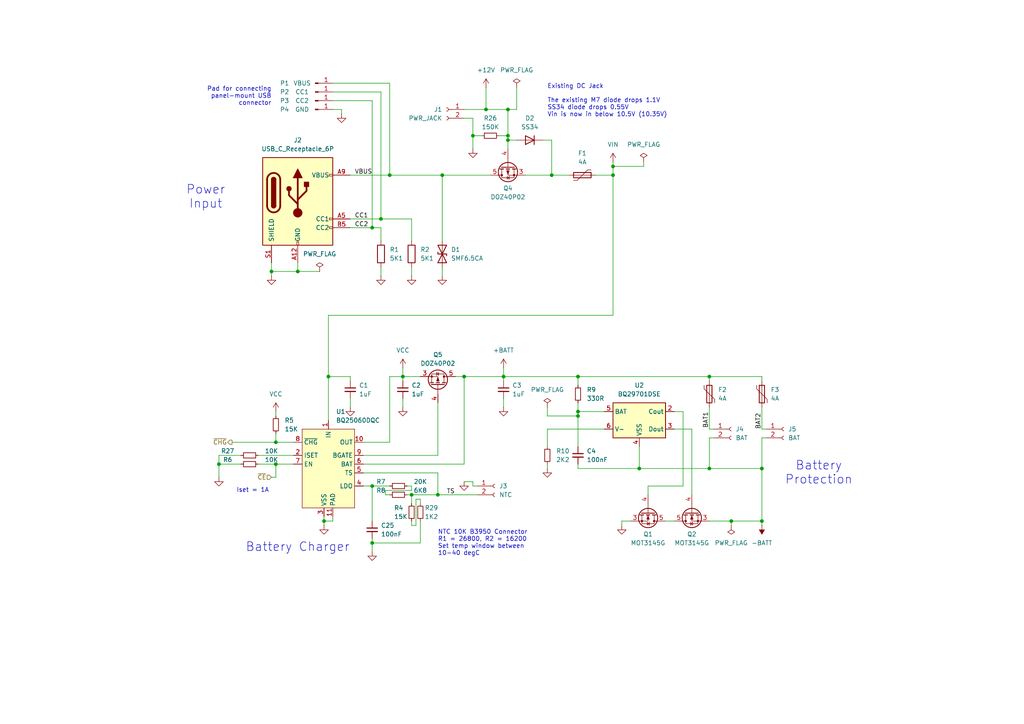
<source format=kicad_sch>
(kicad_sch (version 20231120) (generator "eeschema") (generator_version "8.0")
  (paper "A4")
  (title_block (title "LED Fan Controller") (date "2024-12-07") (rev "2") (company "Sleepy Pony Labs"))
  (lib_symbols
    (symbol "Battery_Management:BQ297xy"
      (property "Reference" "U" (at -6.35 6.35 0))
      (property "Value" "BQ297xy" (at 5.08 -6.35 0))
      (symbol "BQ297xy_0_1"
        (rectangle (start -7.62 5.08) (end 7.62 -5.08) (stroke (width 0.254)) (fill (type background)))
      )
      (symbol "BQ297xy_1_1"
        (pin no_connect line (at 7.62 0 180) (length 2.54) hide (name "NC") (number "1"))
        (pin output line (at 10.16 2.54 180) (length 2.54) (name "Cout") (number "2"))
        (pin output line (at 10.16 -2.54 180) (length 2.54) (name "Dout") (number "3"))
        (pin power_in line (at 0 -7.62 90) (length 2.54) (name "VSS") (number "4"))
        (pin input line (at -10.16 2.54 0) (length 2.54) (name "BAT") (number "5"))
        (pin input line (at -10.16 -2.54 0) (length 2.54) (name "V-") (number "6"))
      )
    )
    (symbol "Connector:Conn_01x01_Pin" (pin_names (offset 1.016) hide)
      (property "Reference" "J" (at 0 2.54 0))
      (property "Value" "Conn_01x01_Pin" (at 0 -2.54 0))
      (symbol "Conn_01x01_Pin_1_1"
        (polyline (pts (xy 1.27 0) (xy 0.8636 0)) (stroke (width 0.1524)))
        (rectangle (start 0.8636 0.127) (end 0 -0.127) (stroke (width 0.1524)) (fill (type outline)))
        (pin passive line (at 5.08 0 180) (length 3.81) (name "Pin_1") (number "1"))
      )
    )
    (symbol "Connector:Conn_01x02_Socket" (pin_names (offset 1.016) hide)
      (property "Reference" "J" (at 0 2.54 0))
      (property "Value" "Conn_01x02_Socket" (at 0 -5.08 0))
      (symbol "Conn_01x02_Socket_1_1"
        (arc (start 0 -2.032) (mid -0.5058 -2.54) (end 0 -3.048) (stroke (width 0.1524)))
        (polyline (pts (xy -1.27 -2.54) (xy -0.508 -2.54)) (stroke (width 0.1524)))
        (polyline (pts (xy -1.27 0) (xy -0.508 0)) (stroke (width 0.1524)))
        (arc (start 0 0.508) (mid -0.5058 0) (end 0 -0.508) (stroke (width 0.1524)))
        (pin passive line (at -5.08 0 0) (length 3.81) (name "Pin_1") (number "1"))
        (pin passive line (at -5.08 -2.54 0) (length 3.81) (name "Pin_2") (number "2"))
      )
    )
    (symbol "Connector:USB_C_Receptacle_PowerOnly_6P" (pin_names (offset 1.016))
      (property "Reference" "J" (at 0 16.51 0))
      (property "Value" "USB_C_Receptacle_PowerOnly_6P" (at 0 13.97 0))
      (symbol "USB_C_Receptacle_PowerOnly_6P_0_0"
        (rectangle (start -0.254 -12.7) (end 0.254 -11.684))
        (rectangle (start 10.16 -7.366) (end 9.144 -7.874))
        (rectangle (start 10.16 -4.826) (end 9.144 -5.334))
        (rectangle (start 10.16 7.874) (end 9.144 7.366))
      )
      (symbol "USB_C_Receptacle_PowerOnly_6P_0_1"
        (rectangle (start -10.16 12.7) (end 10.16 -12.7) (stroke (width 0.254)) (fill (type background)))
        (arc (start -8.89 -1.27) (mid -6.985 -3.1667) (end -5.08 -1.27) (stroke (width 0.508)))
        (arc (start -7.62 -1.27) (mid -6.985 -1.9023) (end -6.35 -1.27) (stroke (width 0.254)))
        (arc (start -7.62 -1.27) (mid -6.985 -1.9023) (end -6.35 -1.27) (stroke (width 0.254)) (fill (type outline)))
        (rectangle (start -7.62 -1.27) (end -6.35 6.35) (stroke (width 0.254)) (fill (type outline)))
        (arc (start -6.35 6.35) (mid -6.985 6.9823) (end -7.62 6.35) (stroke (width 0.254)))
        (arc (start -6.35 6.35) (mid -6.985 6.9823) (end -7.62 6.35) (stroke (width 0.254)) (fill (type outline)))
        (arc (start -5.08 6.35) (mid -6.985 8.2467) (end -8.89 6.35) (stroke (width 0.508)))
        (circle (center -2.54 3.683) (radius 0.635) (stroke (width 0.254)) (fill (type outline)))
        (circle (center 0 -3.302) (radius 1.27) (fill (type outline)))
        (polyline (pts (xy -8.89 -1.27) (xy -8.89 6.35)) (stroke (width 0.508)))
        (polyline (pts (xy -5.08 6.35) (xy -5.08 -1.27)) (stroke (width 0.508)))
        (polyline (pts (xy 0 -3.302) (xy 0 6.858)) (stroke (width 0.508)))
        (polyline (pts (xy 0 -0.762) (xy -2.54 1.778) (xy -2.54 3.048)) (stroke (width 0.508)))
        (polyline (pts (xy 0 0.508) (xy 2.54 3.048) (xy 2.54 4.318)) (stroke (width 0.508)))
        (polyline (pts (xy -1.27 6.858) (xy 0 9.398) (xy 1.27 6.858) (xy -1.27 6.858)) (stroke (width 0.254)) (fill (type outline)))
        (rectangle (start 1.905 4.318) (end 3.175 5.588) (stroke (width 0.254)) (fill (type outline)))
      )
      (symbol "USB_C_Receptacle_PowerOnly_6P_1_1"
        (pin passive line (at 0 -17.78 90) (length 5.08) (name "GND") (number "A12"))
        (pin bidirectional line (at 15.24 -5.08 180) (length 5.08) (name "CC1") (number "A5"))
        (pin passive line (at 15.24 7.62 180) (length 5.08) (name "VBUS") (number "A9"))
        (pin passive line (at 0 -17.78 90) (length 5.08) hide (name "GND") (number "B12"))
        (pin bidirectional line (at 15.24 -7.62 180) (length 5.08) (name "CC2") (number "B5"))
        (pin passive line (at 15.24 7.62 180) (length 5.08) hide (name "VBUS") (number "B9"))
        (pin passive line (at -7.62 -17.78 90) (length 5.08) (name "SHIELD") (number "S1"))
      )
    )
    (symbol "Device:C_Small" (pin_numbers hide) (pin_names (offset 0.254) hide)
      (property "Reference" "C" (at 0.254 1.778 0))
      (property "Value" "C_Small" (at 0.254 -2.032 0))
      (symbol "C_Small_0_1"
        (polyline (pts (xy -1.524 -0.508) (xy 1.524 -0.508)) (stroke (width 0.3302)))
        (polyline (pts (xy -1.524 0.508) (xy 1.524 0.508)) (stroke (width 0.3048)))
      )
      (symbol "C_Small_1_1"
        (pin passive line (at 0 2.54 270) (length 2.032) (name "~") (number "1"))
        (pin passive line (at 0 -2.54 90) (length 2.032) (name "~") (number "2"))
      )
    )
    (symbol "Device:D" (pin_numbers hide) (pin_names (offset 1.016) hide)
      (property "Reference" "D" (at 0 2.54 0))
      (property "Value" "D" (at 0 -2.54 0))
      (symbol "D_0_1"
        (polyline (pts (xy -1.27 1.27) (xy -1.27 -1.27)) (stroke (width 0.254)))
        (polyline (pts (xy 1.27 0) (xy -1.27 0)))
        (polyline (pts (xy 1.27 1.27) (xy 1.27 -1.27) (xy -1.27 0) (xy 1.27 1.27)) (stroke (width 0.254)))
      )
      (symbol "D_1_1"
        (pin passive line (at -3.81 0 0) (length 2.54) (name "K") (number "1"))
        (pin passive line (at 3.81 0 180) (length 2.54) (name "A") (number "2"))
      )
    )
    (symbol "Device:D_TVS" (pin_numbers hide) (pin_names (offset 1.016) hide)
      (property "Reference" "D" (at 0 2.54 0))
      (property "Value" "D_TVS" (at 0 -2.54 0))
      (symbol "D_TVS_0_1"
        (polyline (pts (xy 1.27 0) (xy -1.27 0)))
        (polyline (pts (xy 0.508 1.27) (xy 0 1.27) (xy 0 -1.27) (xy -0.508 -1.27)) (stroke (width 0.254)))
        (polyline (pts (xy -2.54 1.27) (xy -2.54 -1.27) (xy 2.54 1.27) (xy 2.54 -1.27) (xy -2.54 1.27)) (stroke (width 0.254)))
      )
      (symbol "D_TVS_1_1"
        (pin passive line (at -3.81 0 0) (length 2.54) (name "A1") (number "1"))
        (pin passive line (at 3.81 0 180) (length 2.54) (name "A2") (number "2"))
      )
    )
    (symbol "Device:Polyfuse" (pin_numbers hide) (pin_names (offset 0))
      (property "Reference" "F" (at -2.54 0 90))
      (property "Value" "Polyfuse" (at 2.54 0 90))
      (symbol "Polyfuse_0_1"
        (rectangle (start -0.762 2.54) (end 0.762 -2.54) (stroke (width 0.254)))
        (polyline (pts (xy 0 2.54) (xy 0 -2.54)))
        (polyline (pts (xy -1.524 2.54) (xy -1.524 1.524) (xy 1.524 -1.524) (xy 1.524 -2.54)))
      )
      (symbol "Polyfuse_1_1"
        (pin passive line (at 0 3.81 270) (length 1.27) (name "~") (number "1"))
        (pin passive line (at 0 -3.81 90) (length 1.27) (name "~") (number "2"))
      )
    )
    (symbol "Device:R" (pin_numbers hide) (pin_names (offset 0))
      (property "Reference" "R" (at 2.032 0 90))
      (property "Value" "R" (at 0 0 90))
      (symbol "R_0_1"
        (rectangle (start -1.016 -2.54) (end 1.016 2.54) (stroke (width 0.254)))
      )
      (symbol "R_1_1"
        (pin passive line (at 0 3.81 270) (length 1.27) (name "~") (number "1"))
        (pin passive line (at 0 -3.81 90) (length 1.27) (name "~") (number "2"))
      )
    )
    (symbol "Device:R_Small" (pin_numbers hide) (pin_names (offset 0.254) hide)
      (property "Reference" "R" (at 0.762 0.508 0))
      (property "Value" "R_Small" (at 0.762 -1.016 0))
      (symbol "R_Small_0_1"
        (rectangle (start -0.762 1.778) (end 0.762 -1.778) (stroke (width 0.2032)))
      )
      (symbol "R_Small_1_1"
        (pin passive line (at 0 2.54 270) (length 0.762) (name "~") (number "1"))
        (pin passive line (at 0 -2.54 90) (length 0.762) (name "~") (number "2"))
      )
    )
    (symbol "fan_charger:BQ25060DQC"
      (property "Reference" "U" (at 11.43 -12.954 0))
      (property "Value" "BQ25060DQC" (at 11.684 -15.24 0))
      (symbol "BQ25060DQC_1_1"
        (rectangle (start -7.62 11.43) (end 7.62 -11.43) (fill (type background)))
        (pin power_in line (at 0 13.97 270) (length 2.54) (name "IN") (number "1"))
        (pin power_out line (at 10.16 7.62 180) (length 2.54) (name "OUT") (number "10"))
        (pin power_in line (at 1.27 -13.97 90) (length 2.54) (name "PAD") (number "11"))
        (pin input line (at -10.16 3.81 0) (length 2.54) (name "ISET") (number "2"))
        (pin power_in line (at -1.27 -13.97 90) (length 2.54) (name "VSS") (number "3"))
        (pin power_out line (at 10.16 -5.08 180) (length 2.54) (name "LDO") (number "4"))
        (pin input line (at 10.16 -1.27 180) (length 2.54) (name "TS") (number "5"))
        (pin power_out line (at 10.16 1.27 180) (length 2.54) (name "BAT") (number "6"))
        (pin input line (at -10.16 1.27 0) (length 2.54) (name "EN") (number "7"))
        (pin output line (at -10.16 7.62 0) (length 2.54) (name "~{CHG}") (number "8"))
        (pin output line (at 10.16 3.81 180) (length 2.54) (name "BGATE") (number "9"))
      )
    )
    (symbol "fan_charger:DOZ40P02" (pin_names hide)
      (property "Reference" "Q" (at 5.08 1.905 0))
      (property "Value" "DOZ40P02" (at 5.08 0 0))
      (symbol "DOZ40P02_0_1"
        (polyline (pts (xy 0.254 0) (xy -2.54 0)))
        (polyline (pts (xy 0.254 1.905) (xy 0.254 -1.905)) (stroke (width 0.254)))
        (polyline (pts (xy 0.762 -1.27) (xy 0.762 -2.286)) (stroke (width 0.254)))
        (polyline (pts (xy 0.762 0.508) (xy 0.762 -0.508)) (stroke (width 0.254)))
        (polyline (pts (xy 0.762 2.286) (xy 0.762 1.27)) (stroke (width 0.254)))
        (polyline (pts (xy 2.54 2.54) (xy 2.54 1.778)))
        (polyline (pts (xy 2.54 -2.54) (xy 2.54 0) (xy 0.762 0)))
        (polyline (pts (xy 0.762 1.778) (xy 3.302 1.778) (xy 3.302 -1.778) (xy 0.762 -1.778)))
        (polyline (pts (xy 2.286 0) (xy 1.27 0.381) (xy 1.27 -0.381) (xy 2.286 0)) (fill (type outline)))
        (polyline (pts (xy 2.794 -0.508) (xy 2.921 -0.381) (xy 3.683 -0.381) (xy 3.81 -0.254)))
        (polyline (pts (xy 3.302 -0.381) (xy 2.921 0.254) (xy 3.683 0.254) (xy 3.302 -0.381)))
        (circle (center 1.651 0) (radius 2.794) (stroke (width 0.254)))
        (circle (center 2.54 -1.778) (radius 0.254) (fill (type outline)))
        (circle (center 2.54 1.778) (radius 0.254) (fill (type outline)))
      )
      (symbol "DOZ40P02_1_1"
        (pin passive line (at 2.54 -5.08 90) (length 2.54) hide (name "S") (number "1"))
        (pin passive line (at 2.54 -5.08 90) (length 2.54) hide (name "S") (number "2"))
        (pin passive line (at 2.54 -5.08 90) (length 2.54) (name "S") (number "3"))
        (pin input line (at -5.08 0 0) (length 2.54) (name "G") (number "4"))
        (pin passive line (at 2.54 5.08 270) (length 2.54) (name "D") (number "5"))
      )
    )
    (symbol "fan_charger:MOT3145G" (pin_names (offset 0) hide)
      (property "Reference" "Q" (at 5.08 1.27 0))
      (property "Value" "MOT3145G" (at 5.08 -1.27 0))
      (symbol "MOT3145G_0_1"
        (polyline (pts (xy 0.254 0) (xy -2.54 0)))
        (polyline (pts (xy 0.254 1.905) (xy 0.254 -1.905)) (stroke (width 0.254)))
        (polyline (pts (xy 0.762 -1.27) (xy 0.762 -2.286)) (stroke (width 0.254)))
        (polyline (pts (xy 0.762 0.508) (xy 0.762 -0.508)) (stroke (width 0.254)))
        (polyline (pts (xy 0.762 2.286) (xy 0.762 1.27)) (stroke (width 0.254)))
        (polyline (pts (xy 2.54 2.54) (xy 2.54 1.778)))
        (polyline (pts (xy 2.54 -2.54) (xy 2.54 0) (xy 0.762 0)))
        (polyline (pts (xy 0.762 -1.778) (xy 3.302 -1.778) (xy 3.302 1.778) (xy 0.762 1.778)))
        (polyline (pts (xy 1.016 0) (xy 2.032 0.381) (xy 2.032 -0.381) (xy 1.016 0)) (fill (type outline)))
        (polyline (pts (xy 2.794 0.508) (xy 2.921 0.381) (xy 3.683 0.381) (xy 3.81 0.254)))
        (polyline (pts (xy 3.302 0.381) (xy 2.921 -0.254) (xy 3.683 -0.254) (xy 3.302 0.381)))
        (circle (center 1.651 0) (radius 2.794) (stroke (width 0.254)))
        (circle (center 2.54 -1.778) (radius 0.254) (fill (type outline)))
        (circle (center 2.54 1.778) (radius 0.254) (fill (type outline)))
      )
      (symbol "MOT3145G_1_1"
        (pin passive line (at 2.54 -5.08 90) (length 2.54) hide (name "S") (number "1"))
        (pin passive line (at 2.54 -5.08 90) (length 2.54) hide (name "S") (number "2"))
        (pin passive line (at 2.54 -5.08 90) (length 2.54) (name "S") (number "3"))
        (pin input line (at -5.08 0 0) (length 2.54) (name "G") (number "4"))
        (pin passive line (at 2.54 5.08 270) (length 2.54) (name "D") (number "5"))
      )
    )
    (symbol "power:+12V" (power) (pin_numbers hide) (pin_names (offset 0) hide)
      (property "Value" "+12V" (at 0 3.556 0))
      (symbol "+12V_0_1"
        (polyline (pts (xy -0.762 1.27) (xy 0 2.54)))
        (polyline (pts (xy 0 0) (xy 0 2.54)))
        (polyline (pts (xy 0 2.54) (xy 0.762 1.27)))
      )
      (symbol "+12V_1_1"
        (pin power_in line (at 0 0 90) (length 0) (name "~") (number "1"))
      )
    )
    (symbol "power:-BATT" (power) (pin_numbers hide) (pin_names (offset 0) hide)
      (property "Value" "-BATT" (at 0 3.556 0))
      (symbol "-BATT_0_1"
        (polyline (pts (xy 0 0) (xy 0 2.54)))
        (polyline (pts (xy 0.762 1.27) (xy -0.762 1.27) (xy 0 2.54) (xy 0.762 1.27)) (fill (type outline)))
      )
      (symbol "-BATT_1_1"
        (pin power_in line (at 0 0 90) (length 0) (name "~") (number "1"))
      )
    )
    (symbol "power:GND" (power) (pin_numbers hide) (pin_names (offset 0) hide)
      (property "Value" "GND" (at 0 -3.81 0))
      (symbol "GND_0_1"
        (polyline (pts (xy 0 0) (xy 0 -1.27) (xy 1.27 -1.27) (xy 0 -2.54) (xy -1.27 -1.27) (xy 0 -1.27)))
      )
      (symbol "GND_1_1"
        (pin power_in line (at 0 0 270) (length 0) (name "~") (number "1"))
      )
    )
    (symbol "power:PWR_FLAG" (power) (pin_numbers hide) (pin_names (offset 0) hide)
      (property "Value" "PWR_FLAG" (at 0 3.81 0))
      (symbol "PWR_FLAG_0_0"
        (pin power_out line (at 0 0 90) (length 0) (name "~") (number "1"))
      )
      (symbol "PWR_FLAG_0_1"
        (polyline (pts (xy 0 0) (xy 0 1.27) (xy -1.016 1.905) (xy 0 2.54) (xy 1.016 1.905) (xy 0 1.27)))
      )
    )
    (symbol "power:VCC" (power) (pin_numbers hide) (pin_names (offset 0) hide)
      (property "Value" "VCC" (at 0 3.556 0))
      (symbol "VCC_0_1"
        (polyline (pts (xy -0.762 1.27) (xy 0 2.54)))
        (polyline (pts (xy 0 0) (xy 0 2.54)))
        (polyline (pts (xy 0 2.54) (xy 0.762 1.27)))
      )
      (symbol "VCC_1_1"
        (pin power_in line (at 0 0 90) (length 0) (name "~") (number "1"))
      )
    )
  )
  (junction (at 185.42 135.89))
  (junction (at 160.02 50.8))
  (junction (at 167.64 119.38))
  (junction (at 78.74 78.74))
  (junction (at 107.95 66.04))
  (junction (at 147.32 39.37))
  (junction (at 212.09 151.13))
  (junction (at 167.64 109.22))
  (junction (at 137.16 39.37))
  (junction (at 93.98 151.13))
  (junction (at 107.95 140.97))
  (junction (at 80.01 134.62))
  (junction (at 146.05 109.22))
  (junction (at 167.64 120.65))
  (junction (at 110.49 63.5))
  (junction (at 127 143.51))
  (junction (at 147.32 31.75))
  (junction (at 220.98 135.89))
  (junction (at 220.98 151.13))
  (junction (at 147.32 40.64))
  (junction (at 86.36 78.74))
  (junction (at 113.03 50.8))
  (junction (at 119.38 143.51))
  (junction (at 177.8 48.26))
  (junction (at 177.8 50.8))
  (junction (at 140.97 31.75))
  (junction (at 134.62 109.22))
  (junction (at 95.25 109.22))
  (junction (at 205.74 135.89))
  (junction (at 116.84 109.22))
  (junction (at 63.5 134.62))
  (junction (at 128.27 50.8))
  (junction (at 80.01 128.27))
  (junction (at 205.74 109.22))
  (junction (at 107.95 157.48))
  (wire (pts (xy 205.74 151.13) (xy 212.09 151.13)))
  (wire (pts (xy 107.95 140.97) (xy 113.03 140.97)))
  (wire (pts (xy 147.32 40.64) (xy 147.32 43.18)))
  (wire (pts (xy 185.42 135.89) (xy 205.74 135.89)))
  (wire (pts (xy 78.74 138.43) (xy 80.01 138.43)))
  (wire (pts (xy 119.38 151.13) (xy 119.38 152.4)))
  (wire (pts (xy 134.62 31.75) (xy 140.97 31.75)))
  (wire (pts (xy 96.52 31.75) (xy 99.06 31.75)))
  (wire (pts (xy 180.34 151.13) (xy 180.34 152.4)))
  (wire (pts (xy 127 132.08) (xy 127 116.84)))
  (wire (pts (xy 101.6 66.04) (xy 107.95 66.04)))
  (wire (pts (xy 137.16 43.18) (xy 137.16 39.37)))
  (wire (pts (xy 96.52 24.13) (xy 113.03 24.13)))
  (wire (pts (xy 96.52 26.67) (xy 110.49 26.67)))
  (wire (pts (xy 158.75 120.65) (xy 167.64 120.65)))
  (wire (pts (xy 205.74 109.22) (xy 220.98 109.22)))
  (wire (pts (xy 113.03 128.27) (xy 113.03 109.22)))
  (wire (pts (xy 80.01 134.62) (xy 85.09 134.62)))
  (wire (pts (xy 107.95 29.21) (xy 107.95 66.04)))
  (wire (pts (xy 167.64 109.22) (xy 205.74 109.22)))
  (wire (pts (xy 116.84 115.57) (xy 116.84 118.11)))
  (wire (pts (xy 95.25 121.92) (xy 95.25 109.22)))
  (wire (pts (xy 200.66 124.46) (xy 200.66 143.51)))
  (wire (pts (xy 113.03 143.51) (xy 111.76 143.51)))
  (wire (pts (xy 110.49 63.5) (xy 119.38 63.5)))
  (wire (pts (xy 140.97 31.75) (xy 140.97 25.4)))
  (wire (pts (xy 205.74 110.49) (xy 205.74 109.22)))
  (wire (pts (xy 111.76 143.51) (xy 111.76 142.24)))
  (wire (pts (xy 110.49 77.47) (xy 110.49 80.01)))
  (wire (pts (xy 137.16 140.97) (xy 138.43 140.97)))
  (wire (pts (xy 118.11 143.51) (xy 119.38 143.51)))
  (wire (pts (xy 105.41 132.08) (xy 127 132.08)))
  (wire (pts (xy 101.6 63.5) (xy 110.49 63.5)))
  (wire (pts (xy 167.64 109.22) (xy 146.05 109.22)))
  (wire (pts (xy 80.01 119.38) (xy 80.01 120.65)))
  (wire (pts (xy 167.64 119.38) (xy 167.64 120.65)))
  (wire (pts (xy 147.32 31.75) (xy 147.32 39.37)))
  (wire (pts (xy 63.5 134.62) (xy 63.5 138.43)))
  (wire (pts (xy 147.32 40.64) (xy 149.86 40.64)))
  (wire (pts (xy 167.64 134.62) (xy 167.64 135.89)))
  (wire (pts (xy 80.01 138.43) (xy 80.01 134.62)))
  (wire (pts (xy 134.62 134.62) (xy 134.62 109.22)))
  (wire (pts (xy 113.03 24.13) (xy 113.03 50.8)))
  (wire (pts (xy 205.74 135.89) (xy 205.74 127)))
  (wire (pts (xy 107.95 156.21) (xy 107.95 157.48)))
  (wire (pts (xy 120.65 144.78) (xy 121.92 144.78)))
  (wire (pts (xy 121.92 144.78) (xy 121.92 146.05)))
  (wire (pts (xy 101.6 109.22) (xy 101.6 110.49)))
  (wire (pts (xy 177.8 50.8) (xy 177.8 48.26)))
  (wire (pts (xy 198.12 140.97) (xy 187.96 140.97)))
  (wire (pts (xy 113.03 109.22) (xy 116.84 109.22)))
  (wire (pts (xy 160.02 40.64) (xy 160.02 50.8)))
  (wire (pts (xy 116.84 109.22) (xy 116.84 110.49)))
  (wire (pts (xy 93.98 151.13) (xy 93.98 152.4)))
  (wire (pts (xy 95.25 91.44) (xy 177.8 91.44)))
  (wire (pts (xy 63.5 132.08) (xy 63.5 134.62)))
  (wire (pts (xy 96.52 151.13) (xy 93.98 151.13)))
  (wire (pts (xy 177.8 48.26) (xy 186.69 48.26)))
  (wire (pts (xy 119.38 77.47) (xy 119.38 80.01)))
  (wire (pts (xy 205.74 124.46) (xy 207.01 124.46)))
  (wire (pts (xy 212.09 151.13) (xy 212.09 152.4)))
  (wire (pts (xy 119.38 63.5) (xy 119.38 69.85)))
  (wire (pts (xy 86.36 78.74) (xy 92.71 78.74)))
  (wire (pts (xy 167.64 111.76) (xy 167.64 109.22)))
  (wire (pts (xy 147.32 31.75) (xy 149.86 31.75)))
  (wire (pts (xy 149.86 31.75) (xy 149.86 25.4)))
  (wire (pts (xy 167.64 135.89) (xy 185.42 135.89)))
  (wire (pts (xy 177.8 91.44) (xy 177.8 50.8)))
  (wire (pts (xy 146.05 106.68) (xy 146.05 109.22)))
  (wire (pts (xy 185.42 135.89) (xy 185.42 129.54)))
  (wire (pts (xy 175.26 119.38) (xy 167.64 119.38)))
  (wire (pts (xy 105.41 134.62) (xy 134.62 134.62)))
  (wire (pts (xy 86.36 76.2) (xy 86.36 78.74)))
  (wire (pts (xy 195.58 119.38) (xy 198.12 119.38)))
  (wire (pts (xy 119.38 143.51) (xy 119.38 146.05)))
  (wire (pts (xy 105.41 128.27) (xy 113.03 128.27)))
  (wire (pts (xy 172.72 50.8) (xy 177.8 50.8)))
  (wire (pts (xy 107.95 140.97) (xy 107.95 151.13)))
  (wire (pts (xy 74.93 134.62) (xy 80.01 134.62)))
  (wire (pts (xy 78.74 78.74) (xy 78.74 80.01)))
  (wire (pts (xy 140.97 31.75) (xy 147.32 31.75)))
  (wire (pts (xy 220.98 127) (xy 220.98 135.89)))
  (wire (pts (xy 86.36 78.74) (xy 78.74 78.74)))
  (wire (pts (xy 107.95 157.48) (xy 107.95 160.02)))
  (wire (pts (xy 198.12 119.38) (xy 198.12 140.97)))
  (wire (pts (xy 121.92 151.13) (xy 121.92 157.48)))
  (wire (pts (xy 128.27 50.8) (xy 128.27 69.85)))
  (wire (pts (xy 119.38 143.51) (xy 127 143.51)))
  (wire (pts (xy 67.31 128.27) (xy 80.01 128.27)))
  (wire (pts (xy 220.98 109.22) (xy 220.98 110.49)))
  (wire (pts (xy 96.52 29.21) (xy 107.95 29.21)))
  (wire (pts (xy 137.16 39.37) (xy 139.7 39.37)))
  (wire (pts (xy 220.98 118.11) (xy 220.98 124.46)))
  (wire (pts (xy 63.5 132.08) (xy 69.85 132.08)))
  (wire (pts (xy 107.95 66.04) (xy 110.49 66.04)))
  (wire (pts (xy 177.8 48.26) (xy 177.8 46.99)))
  (wire (pts (xy 95.25 109.22) (xy 101.6 109.22)))
  (wire (pts (xy 205.74 118.11) (xy 205.74 124.46)))
  (wire (pts (xy 220.98 124.46) (xy 222.25 124.46)))
  (wire (pts (xy 128.27 50.8) (xy 142.24 50.8)))
  (wire (pts (xy 158.75 118.11) (xy 158.75 120.65)))
  (wire (pts (xy 158.75 124.46) (xy 158.75 129.54)))
  (wire (pts (xy 146.05 109.22) (xy 146.05 110.49)))
  (wire (pts (xy 134.62 109.22) (xy 146.05 109.22)))
  (wire (pts (xy 116.84 106.68) (xy 116.84 109.22)))
  (wire (pts (xy 132.08 109.22) (xy 134.62 109.22)))
  (wire (pts (xy 74.93 132.08) (xy 85.09 132.08)))
  (wire (pts (xy 152.4 50.8) (xy 160.02 50.8)))
  (wire (pts (xy 146.05 115.57) (xy 146.05 118.11)))
  (wire (pts (xy 127 143.51) (xy 138.43 143.51)))
  (wire (pts (xy 80.01 128.27) (xy 85.09 128.27)))
  (wire (pts (xy 134.62 34.29) (xy 137.16 34.29)))
  (wire (pts (xy 220.98 151.13) (xy 220.98 152.4)))
  (wire (pts (xy 167.64 120.65) (xy 167.64 129.54)))
  (wire (pts (xy 105.41 137.16) (xy 127 137.16)))
  (wire (pts (xy 93.98 149.86) (xy 93.98 151.13)))
  (wire (pts (xy 222.25 127) (xy 220.98 127)))
  (wire (pts (xy 160.02 50.8) (xy 165.1 50.8)))
  (wire (pts (xy 144.78 39.37) (xy 147.32 39.37)))
  (wire (pts (xy 110.49 26.67) (xy 110.49 63.5)))
  (wire (pts (xy 95.25 91.44) (xy 95.25 109.22)))
  (wire (pts (xy 212.09 151.13) (xy 220.98 151.13)))
  (wire (pts (xy 113.03 50.8) (xy 128.27 50.8)))
  (wire (pts (xy 137.16 139.7) (xy 134.62 139.7)))
  (wire (pts (xy 180.34 151.13) (xy 182.88 151.13)))
  (wire (pts (xy 116.84 109.22) (xy 121.92 109.22)))
  (wire (pts (xy 167.64 119.38) (xy 167.64 116.84)))
  (wire (pts (xy 193.04 151.13) (xy 195.58 151.13)))
  (wire (pts (xy 158.75 134.62) (xy 158.75 135.89)))
  (wire (pts (xy 121.92 157.48) (xy 107.95 157.48)))
  (wire (pts (xy 105.41 140.97) (xy 107.95 140.97)))
  (wire (pts (xy 137.16 34.29) (xy 137.16 39.37)))
  (wire (pts (xy 127 137.16) (xy 127 143.51)))
  (wire (pts (xy 186.69 46.99) (xy 186.69 48.26)))
  (wire (pts (xy 220.98 135.89) (xy 205.74 135.89)))
  (wire (pts (xy 128.27 77.47) (xy 128.27 80.01)))
  (wire (pts (xy 137.16 139.7) (xy 137.16 140.97)))
  (wire (pts (xy 96.52 149.86) (xy 96.52 151.13)))
  (wire (pts (xy 101.6 115.57) (xy 101.6 118.11)))
  (wire (pts (xy 63.5 134.62) (xy 69.85 134.62)))
  (wire (pts (xy 175.26 124.46) (xy 158.75 124.46)))
  (wire (pts (xy 205.74 127) (xy 207.01 127)))
  (wire (pts (xy 195.58 124.46) (xy 200.66 124.46)))
  (wire (pts (xy 80.01 125.73) (xy 80.01 128.27)))
  (wire (pts (xy 157.48 40.64) (xy 160.02 40.64)))
  (wire (pts (xy 147.32 39.37) (xy 147.32 40.64)))
  (wire (pts (xy 111.76 142.24) (xy 119.38 142.24)))
  (wire (pts (xy 78.74 76.2) (xy 78.74 78.74)))
  (wire (pts (xy 220.98 151.13) (xy 220.98 135.89)))
  (wire (pts (xy 110.49 66.04) (xy 110.49 69.85)))
  (wire (pts (xy 99.06 31.75) (xy 99.06 33.02)))
  (wire (pts (xy 119.38 142.24) (xy 119.38 140.97)))
  (wire (pts (xy 119.38 152.4) (xy 120.65 152.4)))
  (wire (pts (xy 187.96 140.97) (xy 187.96 143.51)))
  (wire (pts (xy 101.6 50.8) (xy 113.03 50.8)))
  (wire (pts (xy 118.11 140.97) (xy 119.38 140.97)))
  (wire (pts (xy 120.65 152.4) (xy 120.65 144.78)))
  (text "Existing DC Jack\n\nThe existing M7 diode drops 1.1V\nSS34 diode drops 0.55V\nVin is now in below 10.5V (10.35V)" (at 158.75 29.21 0) (effects (font (size 1.27 1.27)) (justify left)))
  (text "Battery Charger" (at 86.36 158.75 0) (effects (font (size 2.54 2.54))))
  (text "NTC 10K B3950 Connector\nR1 = 26800, R2 = 16200\nSet temp window between\n10-40 degC" (at 127 157.48 0) (effects (font (size 1.27 1.27)) (justify left)))
  (text "Battery\nProtection" (at 237.49 137.16 0) (effects (font (size 2.54 2.54))))
  (text "Power\nInput" (at 59.69 57.15 0) (effects (font (size 2.54 2.54))))
  (text "Pad for connecting\npanel-mount USB\nconnector" (at 78.74 27.94 0) (effects (font (size 1.27 1.27)) (justify right)))
  (text "Iset = 1A" (at 68.58 142.24 0) (effects (font (size 1.27 1.27)) (justify left)))
  (label "BAT2" (at 220.98 124.46 90))
  (label "CC2" (at 102.87 66.04 0))
  (label "BAT1" (at 205.74 119.38 270))
  (label "VBUS" (at 102.87 50.8 0))
  (label "CC1" (at 102.87 63.5 0))
  (label "TS" (at 129.54 143.51 0))
  (hierarchical_label "~{CHG}" (shape output) (at 67.31 128.27 180))
  (hierarchical_label "~{CE}" (shape input) (at 78.74 138.43 180))
  (symbol (lib_id "power:GND") (at 63.5 138.43 0) (unit 1)
    (property "Reference" "#PWR015" (effects (hide yes)))
    (property "Value" "GND" (effects (hide yes)))
    (property "Description" "Power symbol creates a global label with name \"GND\" , ground" (effects (hide yes)))
  )
  (symbol (lib_id "fan_charger:BQ25060DQC") (at 95.25 135.89 0) (unit 1)
    (property "Reference" "U1" (at 97.4441 119.38 0) (effects (justify left)))
    (property "Value" "BQ25060DQC" (at 97.4441 121.92 0) (effects (justify left)))
    (property "Footprint" "Package_SON:WSON-10-1EP_2x3mm_P0.5mm_EP0.84x2.4mm" (effects (hide yes)))
    (property "Datasheet" "https://www.ti.com/lit/ds/symlink/bq25060.pdf" (effects (hide yes)))
    (property "Description" "1A Single Li-Ion Charger with 50mA LDO and external power path control" (effects (hide yes)))
  )
  (symbol (lib_id "power:GND") (at 101.6 118.11 0) (unit 1)
    (property "Reference" "#PWR09" (effects (hide yes)))
    (property "Value" "GND" (effects (hide yes)))
    (property "Description" "Power symbol creates a global label with name \"GND\" , ground" (effects (hide yes)))
  )
  (symbol (lib_id "Device:C_Small") (at 116.84 113.03 0) (unit 1)
    (property "Reference" "C2" (at 119.38 111.7662 0) (effects (justify left)))
    (property "Value" "1uF" (at 119.38 114.3062 0) (effects (justify left)))
    (property "Footprint" "Capacitor_SMD:C_0805_2012Metric" (effects (hide yes)))
    (property "Description" "Unpolarized capacitor, small symbol" (effects (hide yes)))
  )
  (symbol (lib_id "fan_charger:MOT3145G") (at 200.66 148.59 90) (mirror x) (unit 1)
    (property "Reference" "Q2" (at 200.66 154.94 90))
    (property "Value" "MOT3145G" (at 200.66 157.48 90))
    (property "Footprint" "Package_DFN_QFN:PQFN-8-EP_6x5mm_P1.27mm_Generic" (effects (hide yes)))
    (property "Description" "N-MOSFET transistor in PDFN Package" (effects (hide yes)))
  )
  (symbol (lib_id "Device:R_Small") (at 142.24 39.37 90) (unit 1)
    (property "Reference" "R26" (at 142.24 34.29 90))
    (property "Value" "150K" (at 142.24 36.83 90))
    (property "Footprint" "Resistor_SMD:R_0603_1608Metric" (effects (hide yes)))
    (property "Description" "Resistor, small symbol" (effects (hide yes)))
  )
  (symbol (lib_id "Connector:Conn_01x02_Socket") (at 143.51 140.97 0) (unit 1)
    (property "Reference" "J3" (at 144.78 140.9699 0) (effects (justify left)))
    (property "Value" "NTC" (at 144.78 143.5099 0) (effects (justify left)))
    (property "Footprint" "Connector_JST:JST_XH_S2B-XH-A_1x02_P2.50mm_Horizontal" (effects (hide yes)))
    (property "Description" "Generic connector, single row, 01x02, script generated" (effects (hide yes)))
  )
  (symbol (lib_id "power:GND") (at 78.74 80.01 0) (unit 1)
    (property "Reference" "#PWR01" (effects (hide yes)))
    (property "Value" "GND" (effects (hide yes)))
    (property "Description" "Power symbol creates a global label with name \"GND\" , ground" (effects (hide yes)))
  )
  (symbol (lib_id "Connector:Conn_01x01_Pin") (at 91.44 24.13 0) (unit 1)
    (property "Reference" "P1" (at 82.55 24.13 0))
    (property "Value" "VBUS" (at 87.63 24.13 0))
    (property "Footprint" "TestPoint:TestPoint_THTPad_2.0x2.0mm_Drill1.0mm" (effects (hide yes)))
    (property "Description" "Generic connector, single row, 01x01, script generated" (effects (hide yes)))
  )
  (symbol (lib_id "Device:R_Small") (at 115.57 140.97 90) (unit 1)
    (property "Reference" "R7" (at 110.49 139.7 90))
    (property "Value" "20K" (at 121.92 139.7 90))
    (property "Footprint" "Resistor_SMD:R_0603_1608Metric" (effects (hide yes)))
    (property "Description" "Resistor, small symbol" (effects (hide yes)))
  )
  (symbol (lib_id "Device:Polyfuse") (at 205.74 114.3 0) (unit 1)
    (property "Reference" "F2" (at 208.28 113.0299 0) (effects (justify left)))
    (property "Value" "4A" (at 208.28 115.5699 0) (effects (justify left)))
    (property "Footprint" "Fuse:Fuse_1812_4532Metric" (effects (hide yes)))
    (property "Description" "Resettable fuse, polymeric positive temperature coefficient" (effects (hide yes)))
  )
  (symbol (lib_id "Device:R_Small") (at 121.92 148.59 180) (unit 1)
    (property "Reference" "R29" (at 123.19 147.32 0) (effects (justify right)))
    (property "Value" "1K2" (at 123.19 149.86 0) (effects (justify right)))
    (property "Footprint" "Resistor_SMD:R_0603_1608Metric" (effects (hide yes)))
    (property "Description" "Resistor, small symbol" (effects (hide yes)))
  )
  (symbol (lib_id "power:PWR_FLAG") (at 158.75 118.11 0) (unit 1)
    (property "Reference" "#FLG04" (effects (hide yes)))
    (property "Value" "PWR_FLAG" (at 158.75 113.03 0))
    (property "Description" "Special symbol for telling ERC where power comes from" (effects (hide yes)))
  )
  (symbol (lib_id "Connector:Conn_01x02_Socket") (at 212.09 124.46 0) (unit 1)
    (property "Reference" "J4" (at 213.36 124.4599 0) (effects (justify left)))
    (property "Value" "BAT" (at 213.36 126.9999 0) (effects (justify left)))
    (property "Footprint" "Connector_JST:JST_XH_S2B-XH-A_1x02_P2.50mm_Horizontal" (effects (hide yes)))
    (property "Description" "Generic connector, single row, 01x02, script generated" (effects (hide yes)))
  )
  (symbol (lib_id "power:PWR_FLAG") (at 149.86 25.4 0) (unit 1)
    (property "Reference" "#FLG02" (effects (hide yes)))
    (property "Value" "PWR_FLAG" (at 149.86 20.32 0))
    (property "Description" "Special symbol for telling ERC where power comes from" (effects (hide yes)))
  )
  (symbol (lib_id "power:GND") (at 134.62 139.7 0) (unit 1)
    (property "Reference" "#PWR011" (effects (hide yes)))
    (property "Value" "GND" (effects (hide yes)))
    (property "Description" "Power symbol creates a global label with name \"GND\" , ground" (effects (hide yes)))
  )
  (symbol (lib_id "power:GND") (at 180.34 152.4 0) (unit 1)
    (property "Reference" "#PWR019" (effects (hide yes)))
    (property "Value" "GND" (effects (hide yes)))
    (property "Description" "Power symbol creates a global label with name \"GND\" , ground" (effects (hide yes)))
  )
  (symbol (lib_id "Device:R_Small") (at 167.64 114.3 0) (unit 1)
    (property "Reference" "R9" (at 170.18 113.0299 0) (effects (justify left)))
    (property "Value" "330R" (at 170.18 115.5699 0) (effects (justify left)))
    (property "Footprint" "Resistor_SMD:R_0603_1608Metric" (effects (hide yes)))
    (property "Description" "Resistor, small symbol" (effects (hide yes)))
  )
  (symbol (lib_id "fan_charger:DOZ40P02") (at 147.32 48.26 90) (mirror x) (unit 1)
    (property "Reference" "Q4" (at 147.32 54.61 90))
    (property "Value" "DOZ40P02" (at 147.32 57.15 90))
    (property "Footprint" "fan_charger:VSON-8_3.3x3.3mm_P0.65mm_NexFET" (effects (hide yes)))
    (property "Datasheet" "https://www.lcsc.com/datasheet/lcsc_datasheet_2409111133_DOINGTER-DOZ40P02_C41384257.pdf" (effects (hide yes)))
    (property "Description" "-40A Id, -20V Vds, P-Channel MOSFET, VSON-8" (effects (hide yes)))
  )
  (symbol (lib_id "Connector:Conn_01x02_Socket") (at 227.33 124.46 0) (unit 1)
    (property "Reference" "J5" (at 228.6 124.4599 0) (effects (justify left)))
    (property "Value" "BAT" (at 228.6 126.9999 0) (effects (justify left)))
    (property "Footprint" "Connector_JST:JST_XH_S2B-XH-A_1x02_P2.50mm_Horizontal" (effects (hide yes)))
    (property "Description" "Generic connector, single row, 01x02, script generated" (effects (hide yes)))
  )
  (symbol (lib_id "power:GND") (at 110.49 80.01 0) (unit 1)
    (property "Reference" "#PWR03" (effects (hide yes)))
    (property "Value" "GND" (effects (hide yes)))
    (property "Description" "Power symbol creates a global label with name \"GND\" , ground" (effects (hide yes)))
  )
  (symbol (lib_id "Device:D") (at 153.67 40.64 180) (unit 1)
    (property "Reference" "D2" (at 153.67 34.29 0))
    (property "Value" "SS34" (at 153.67 36.83 0))
    (property "Footprint" "Diode_SMD:D_SMA" (effects (hide yes)))
    (property "Description" "Diode" (effects (hide yes)))
    (property "Sim.Device" "D" (effects (hide yes)))
    (property "Sim.Pins" "1=K 2=A" (effects (hide yes)))
  )
  (symbol (lib_id "Device:D_TVS") (at 128.27 73.66 90) (unit 1)
    (property "Reference" "D1" (at 130.81 72.3899 90) (effects (justify right)))
    (property "Value" "SMF6.5CA" (at 130.81 74.9299 90) (effects (justify right)))
    (property "Footprint" "Diode_SMD:D_SOD-123F" (effects (hide yes)))
    (property "Description" "Bidirectional transient-voltage-suppression diode" (effects (hide yes)))
  )
  (symbol (lib_id "Connector:USB_C_Receptacle_PowerOnly_6P") (at 86.36 58.42 0) (unit 1)
    (property "Reference" "J2" (at 86.36 40.64 0))
    (property "Value" "USB_C_Receptacle_6P" (at 86.36 43.18 0))
    (property "Footprint" "fan_charger:USB_C_Receptacle_HRO_TYPE-C-31-M-17" (effects (hide yes)))
    (property "Datasheet" "https://www.usb.org/sites/default/files/documents/usb_type-c.zip" (effects (hide yes)))
    (property "Description" "USB Power-Only 6P Type-C Receptacle connector" (effects (hide yes)))
  )
  (symbol (lib_id "power:GND") (at 137.16 43.18 0) (mirror y) (unit 1)
    (property "Reference" "#PWR043" (effects (hide yes)))
    (property "Value" "GND" (effects (hide yes)))
    (property "Description" "Power symbol creates a global label with name \"GND\" , ground" (effects (hide yes)))
  )
  (symbol (lib_id "Device:R_Small") (at 119.38 148.59 180) (unit 1)
    (property "Reference" "R4" (at 114.3 147.32 0) (effects (justify right)))
    (property "Value" "15K" (at 114.3 149.86 0) (effects (justify right)))
    (property "Footprint" "Resistor_SMD:R_0603_1608Metric" (effects (hide yes)))
    (property "Description" "Resistor, small symbol" (effects (hide yes)))
  )
  (symbol (lib_id "fan_charger:MOT3145G") (at 187.96 148.59 270) (unit 1)
    (property "Reference" "Q1" (at 187.96 154.94 90))
    (property "Value" "MOT3145G" (at 187.96 157.48 90))
    (property "Footprint" "Package_DFN_QFN:PQFN-8-EP_6x5mm_P1.27mm_Generic" (effects (hide yes)))
    (property "Description" "N-MOSFET transistor in PDFN Package" (effects (hide yes)))
  )
  (symbol (lib_id "Device:R_Small") (at 72.39 132.08 90) (unit 1)
    (property "Reference" "R27" (at 66.04 130.81 90))
    (property "Value" "10K" (at 78.74 130.81 90))
    (property "Footprint" "Resistor_SMD:R_0603_1608Metric" (effects (hide yes)))
    (property "Description" "Resistor, small symbol" (effects (hide yes)))
  )
  (symbol (lib_id "Device:C_Small") (at 107.95 153.67 0) (unit 1)
    (property "Reference" "C25" (at 110.49 152.4062 0) (effects (justify left)))
    (property "Value" "100nF" (at 110.49 154.9462 0) (effects (justify left)))
    (property "Footprint" "Capacitor_SMD:C_0603_1608Metric" (effects (hide yes)))
    (property "Description" "Unpolarized capacitor, small symbol" (effects (hide yes)))
  )
  (symbol (lib_id "Device:Polyfuse") (at 168.91 50.8 90) (unit 1)
    (property "Reference" "F1" (at 168.91 44.45 90))
    (property "Value" "4A" (at 168.91 46.99 90))
    (property "Footprint" "Fuse:Fuse_1812_4532Metric" (effects (hide yes)))
    (property "Description" "Resettable fuse, polymeric positive temperature coefficient" (effects (hide yes)))
  )
  (symbol (lib_id "Device:Polyfuse") (at 220.98 114.3 0) (unit 1)
    (property "Reference" "F3" (at 223.52 113.0299 0) (effects (justify left)))
    (property "Value" "4A" (at 223.52 115.5699 0) (effects (justify left)))
    (property "Footprint" "Fuse:Fuse_1812_4532Metric" (effects (hide yes)))
    (property "Description" "Resettable fuse, polymeric positive temperature coefficient" (effects (hide yes)))
  )
  (symbol (lib_id "power:-BATT") (at 220.98 152.4 180) (unit 1)
    (property "Reference" "#PWR020" (effects (hide yes)))
    (property "Value" "-BATT" (at 220.98 157.48 0))
    (property "Description" "Power symbol creates a global label with name \"-BATT\"" (effects (hide yes)))
  )
  (symbol (lib_id "power:VCC") (at 146.05 106.68 0) (unit 1)
    (property "Reference" "#PWR016" (effects (hide yes)))
    (property "Value" "+BATT" (at 146.05 101.6 0))
    (property "Description" "Power symbol creates a global label with name \"VCC\"" (effects (hide yes)))
  )
  (symbol (lib_id "power:GND") (at 119.38 80.01 0) (unit 1)
    (property "Reference" "#PWR04" (effects (hide yes)))
    (property "Value" "GND" (effects (hide yes)))
    (property "Description" "Power symbol creates a global label with name \"GND\" , ground" (effects (hide yes)))
  )
  (symbol (lib_id "power:GND") (at 93.98 152.4 0) (unit 1)
    (property "Reference" "#PWR08" (effects (hide yes)))
    (property "Value" "GND" (effects (hide yes)))
    (property "Description" "Power symbol creates a global label with name \"GND\" , ground" (effects (hide yes)))
  )
  (symbol (lib_id "power:PWR_FLAG") (at 212.09 152.4 180) (unit 1)
    (property "Reference" "#FLG05" (effects (hide yes)))
    (property "Value" "PWR_FLAG" (at 212.09 157.48 0))
    (property "Description" "Special symbol for telling ERC where power comes from" (effects (hide yes)))
  )
  (symbol (lib_id "Connector:Conn_01x02_Socket") (at 129.54 31.75 0) (mirror y) (unit 1)
    (property "Reference" "J1" (at 128.27 31.7499 0) (effects (justify left)))
    (property "Value" "PWR_JACK" (at 128.27 34.2899 0) (effects (justify left)))
    (property "Footprint" "Connector_JST:JST_XH_S2B-XH-A_1x02_P2.50mm_Horizontal" (effects (hide yes)))
    (property "Description" "Generic connector, single row, 01x02, script generated" (effects (hide yes)))
  )
  (symbol (lib_id "power:VCC") (at 177.8 46.99 0) (unit 1)
    (property "Reference" "#PWR07" (effects (hide yes)))
    (property "Value" "VIN" (at 177.8 41.91 0))
    (property "Description" "Power symbol creates a global label with name \"VCC\"" (effects (hide yes)))
  )
  (symbol (lib_id "power:VCC") (at 80.01 119.38 0) (unit 1)
    (property "Reference" "#PWR010" (effects (hide yes)))
    (property "Value" "VCC" (at 80.01 114.3 0))
    (property "Description" "Power symbol creates a global label with name \"VCC\"" (effects (hide yes)))
  )
  (symbol (lib_id "Connector:Conn_01x01_Pin") (at 91.44 29.21 0) (unit 1)
    (property "Reference" "P3" (at 82.55 29.21 0))
    (property "Value" "CC2" (at 87.63 29.21 0))
    (property "Footprint" "TestPoint:TestPoint_THTPad_2.0x2.0mm_Drill1.0mm" (effects (hide yes)))
    (property "Description" "Generic connector, single row, 01x01, script generated" (effects (hide yes)))
  )
  (symbol (lib_id "power:PWR_FLAG") (at 186.69 46.99 0) (unit 1)
    (property "Reference" "#FLG03" (effects (hide yes)))
    (property "Value" "PWR_FLAG" (at 186.69 41.91 0))
    (property "Description" "Special symbol for telling ERC where power comes from" (effects (hide yes)))
  )
  (symbol (lib_id "power:GND") (at 146.05 118.11 0) (unit 1)
    (property "Reference" "#PWR017" (effects (hide yes)))
    (property "Value" "GND" (effects (hide yes)))
    (property "Description" "Power symbol creates a global label with name \"GND\" , ground" (effects (hide yes)))
  )
  (symbol (lib_id "Connector:Conn_01x01_Pin") (at 91.44 31.75 0) (unit 1)
    (property "Reference" "P4" (at 82.55 31.75 0))
    (property "Value" "GND" (at 87.63 31.75 0))
    (property "Footprint" "TestPoint:TestPoint_THTPad_2.0x2.0mm_Drill1.0mm" (effects (hide yes)))
    (property "Description" "Generic connector, single row, 01x01, script generated" (effects (hide yes)))
  )
  (symbol (lib_id "Device:R") (at 110.49 73.66 0) (unit 1)
    (property "Reference" "R1" (at 113.03 72.3899 0) (effects (justify left)))
    (property "Value" "5K1" (at 113.03 74.9299 0) (effects (justify left)))
    (property "Footprint" "Resistor_SMD:R_0603_1608Metric" (effects (hide yes)))
    (property "Description" "Resistor" (effects (hide yes)))
  )
  (symbol (lib_id "Device:R_Small") (at 158.75 132.08 0) (unit 1)
    (property "Reference" "R10" (at 161.29 130.8099 0) (effects (justify left)))
    (property "Value" "2K2" (at 161.29 133.3499 0) (effects (justify left)))
    (property "Footprint" "Resistor_SMD:R_0603_1608Metric" (effects (hide yes)))
    (property "Description" "Resistor, small symbol" (effects (hide yes)))
  )
  (symbol (lib_id "power:GND") (at 128.27 80.01 0) (unit 1)
    (property "Reference" "#PWR05" (effects (hide yes)))
    (property "Value" "GND" (effects (hide yes)))
    (property "Description" "Power symbol creates a global label with name \"GND\" , ground" (effects (hide yes)))
  )
  (symbol (lib_id "power:PWR_FLAG") (at 92.71 78.74 0) (unit 1)
    (property "Reference" "#FLG01" (effects (hide yes)))
    (property "Value" "PWR_FLAG" (at 92.71 73.66 0))
    (property "Description" "Special symbol for telling ERC where power comes from" (effects (hide yes)))
  )
  (symbol (lib_id "Device:R_Small") (at 72.39 134.62 90) (unit 1)
    (property "Reference" "R6" (at 66.04 133.35 90))
    (property "Value" "10K" (at 78.74 133.35 90))
    (property "Footprint" "Resistor_SMD:R_0603_1608Metric" (effects (hide yes)))
    (property "Description" "Resistor, small symbol" (effects (hide yes)))
  )
  (symbol (lib_id "power:GND") (at 116.84 118.11 0) (unit 1)
    (property "Reference" "#PWR041" (effects (hide yes)))
    (property "Value" "GND" (effects (hide yes)))
    (property "Description" "Power symbol creates a global label with name \"GND\" , ground" (effects (hide yes)))
  )
  (symbol (lib_id "Device:R_Small") (at 80.01 123.19 180) (unit 1)
    (property "Reference" "R5" (at 82.55 121.92 0) (effects (justify right)))
    (property "Value" "15K" (at 82.55 124.46 0) (effects (justify right)))
    (property "Footprint" "Resistor_SMD:R_0603_1608Metric" (effects (hide yes)))
    (property "Description" "Resistor, small symbol" (effects (hide yes)))
  )
  (symbol (lib_id "Connector:Conn_01x01_Pin") (at 91.44 26.67 0) (unit 1)
    (property "Reference" "P2" (at 82.55 26.67 0))
    (property "Value" "CC1" (at 87.63 26.67 0))
    (property "Footprint" "TestPoint:TestPoint_THTPad_2.0x2.0mm_Drill1.0mm" (effects (hide yes)))
    (property "Description" "Generic connector, single row, 01x01, script generated" (effects (hide yes)))
  )
  (symbol (lib_id "Device:R_Small") (at 115.57 143.51 90) (unit 1)
    (property "Reference" "R8" (at 110.49 142.24 90))
    (property "Value" "6K8" (at 121.92 142.24 90))
    (property "Footprint" "Resistor_SMD:R_0603_1608Metric" (effects (hide yes)))
    (property "Description" "Resistor, small symbol" (effects (hide yes)))
  )
  (symbol (lib_id "Device:C_Small") (at 101.6 113.03 0) (unit 1)
    (property "Reference" "C1" (at 104.14 111.7662 0) (effects (justify left)))
    (property "Value" "1uF" (at 104.14 114.3062 0) (effects (justify left)))
    (property "Footprint" "Capacitor_SMD:C_0805_2012Metric" (effects (hide yes)))
    (property "Description" "Unpolarized capacitor, small symbol" (effects (hide yes)))
  )
  (symbol (lib_id "power:VCC") (at 116.84 106.68 0) (unit 1)
    (property "Reference" "#PWR012" (effects (hide yes)))
    (property "Value" "VCC" (at 116.84 101.6 0))
    (property "Description" "Power symbol creates a global label with name \"VCC\"" (effects (hide yes)))
  )
  (symbol (lib_id "Battery_Management:BQ297xy") (at 185.42 121.92 0) (unit 1)
    (property "Reference" "U2" (at 185.42 111.76 0))
    (property "Value" "BQ29701DSE" (at 185.42 114.3 0))
    (property "Footprint" "Package_SON:WSON-6_1.5x1.5mm_P0.5mm" (effects (hide yes)))
    (property "Datasheet" "http://www.ti.com/lit/ds/symlink/bq2970.pdf" (effects (hide yes)))
    (property "Description" "Voltage and Current Protection for Single-Cell Li-Ion and Li-Polymer Batteries" (effects (hide yes)))
  )
  (symbol (lib_id "Device:R") (at 119.38 73.66 0) (unit 1)
    (property "Reference" "R2" (at 121.92 72.3899 0) (effects (justify left)))
    (property "Value" "5K1" (at 121.92 74.9299 0) (effects (justify left)))
    (property "Footprint" "Resistor_SMD:R_0603_1608Metric" (effects (hide yes)))
    (property "Description" "Resistor" (effects (hide yes)))
  )
  (symbol (lib_id "Device:C_Small") (at 167.64 132.08 0) (unit 1)
    (property "Reference" "C4" (at 170.18 130.8162 0) (effects (justify left)))
    (property "Value" "100nF" (at 170.18 133.3562 0) (effects (justify left)))
    (property "Footprint" "Capacitor_SMD:C_0603_1608Metric" (effects (hide yes)))
    (property "Description" "Unpolarized capacitor, small symbol" (effects (hide yes)))
  )
  (symbol (lib_id "power:GND") (at 107.95 160.02 0) (unit 1)
    (property "Reference" "#PWR042" (effects (hide yes)))
    (property "Value" "GND" (effects (hide yes)))
    (property "Description" "Power symbol creates a global label with name \"GND\" , ground" (effects (hide yes)))
  )
  (symbol (lib_id "power:GND") (at 158.75 135.89 0) (unit 1)
    (property "Reference" "#PWR018" (effects (hide yes)))
    (property "Value" "GND" (effects (hide yes)))
    (property "Description" "Power symbol creates a global label with name \"GND\" , ground" (effects (hide yes)))
  )
  (symbol (lib_id "power:GND") (at 99.06 33.02 0) (unit 1)
    (property "Reference" "#PWR02" (effects (hide yes)))
    (property "Value" "GND" (effects (hide yes)))
    (property "Description" "Power symbol creates a global label with name \"GND\" , ground" (effects (hide yes)))
  )
  (symbol (lib_id "Device:C_Small") (at 146.05 113.03 0) (unit 1)
    (property "Reference" "C3" (at 148.59 111.7662 0) (effects (justify left)))
    (property "Value" "1uF" (at 148.59 114.3062 0) (effects (justify left)))
    (property "Footprint" "Capacitor_SMD:C_0805_2012Metric" (effects (hide yes)))
    (property "Description" "Unpolarized capacitor, small symbol" (effects (hide yes)))
  )
  (symbol (lib_id "fan_charger:DOZ40P02") (at 127 111.76 270) (mirror x) (unit 1)
    (property "Reference" "Q5" (at 127 102.87 90))
    (property "Value" "DOZ40P02" (at 127 105.41 90))
    (property "Footprint" "fan_charger:VSON-8_3.3x3.3mm_P0.65mm_NexFET" (effects (hide yes)))
    (property "Datasheet" "https://www.lcsc.com/datasheet/lcsc_datasheet_2409111133_DOINGTER-DOZ40P02_C41384257.pdf" (effects (hide yes)))
    (property "Description" "-40A Id, -20V Vds, P-Channel MOSFET, VSON-8" (effects (hide yes)))
  )
  (symbol (lib_id "power:+12V") (at 140.97 25.4 0) (unit 1)
    (property "Reference" "#PWR048" (effects (hide yes)))
    (property "Value" "+12V" (at 140.97 20.32 0))
    (property "Description" "Power symbol creates a global label with name \"+12V\"" (effects (hide yes)))
  )
)
</source>
